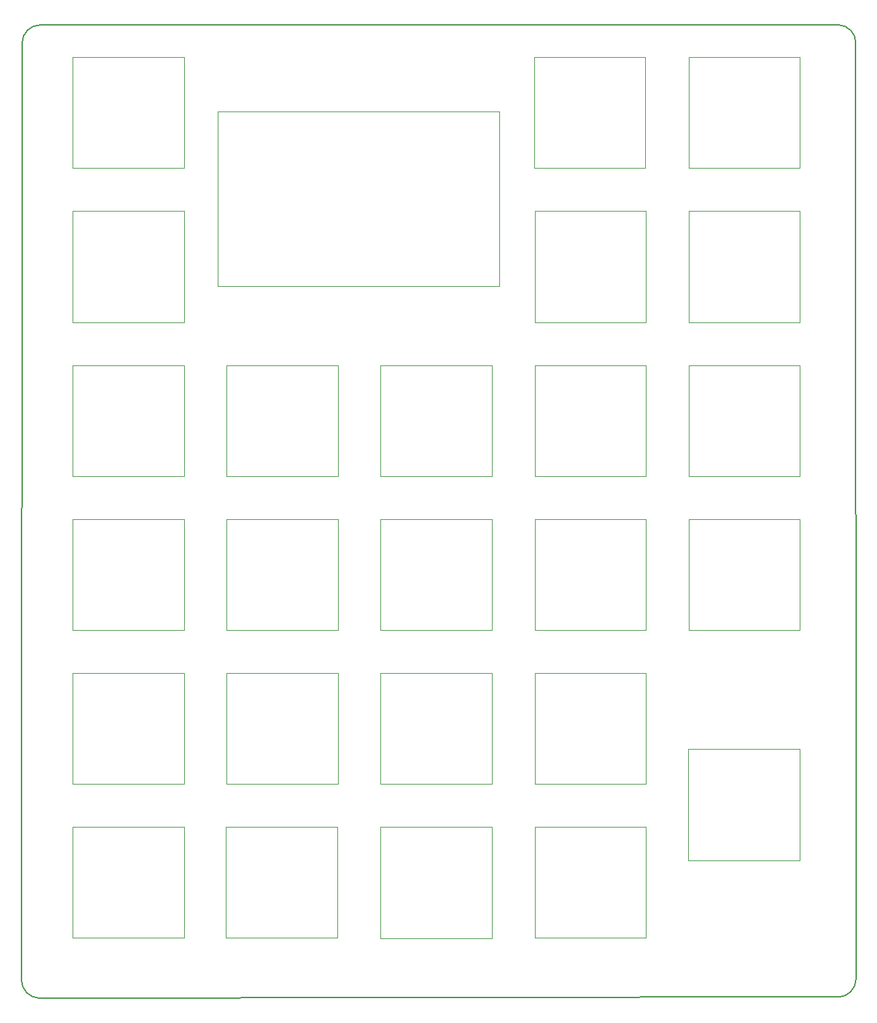
<source format=gbr>
%TF.GenerationSoftware,KiCad,Pcbnew,(5.99.0-9526-g5c17ff0595)*%
%TF.CreationDate,2021-07-07T22:41:37-05:00*%
%TF.ProjectId,Cafebabe Frontplate,43616665-6261-4626-9520-46726f6e7470,rev?*%
%TF.SameCoordinates,Original*%
%TF.FileFunction,Profile,NP*%
%FSLAX46Y46*%
G04 Gerber Fmt 4.6, Leading zero omitted, Abs format (unit mm)*
G04 Created by KiCad (PCBNEW (5.99.0-9526-g5c17ff0595)) date 2021-07-07 22:41:37*
%MOMM*%
%LPD*%
G01*
G04 APERTURE LIST*
%TA.AperFunction,Profile*%
%ADD10C,0.100000*%
%TD*%
%TA.AperFunction,Profile*%
%ADD11C,0.150000*%
%TD*%
G04 APERTURE END LIST*
D10*
X97900001Y-95099999D02*
X97900001Y-81100000D01*
D11*
X160946616Y-160754877D02*
X60244127Y-160876416D01*
D10*
X64500002Y-153300001D02*
X78500002Y-153300001D01*
X78500002Y-95099999D02*
X78500002Y-81100000D01*
X78500002Y-133900001D02*
X78500002Y-119900001D01*
X122650000Y-42275001D02*
X122650000Y-56275001D01*
X97900001Y-100499999D02*
X83900002Y-100499999D01*
X156099998Y-75700000D02*
X156099998Y-61700000D01*
X136699998Y-61700000D02*
X122700000Y-61700000D01*
X122650000Y-56275001D02*
X136649998Y-56275001D01*
X64500002Y-119900001D02*
X64500002Y-133900001D01*
X78500002Y-61700000D02*
X64500002Y-61700000D01*
X122700000Y-119900001D02*
X136699998Y-119900001D01*
X117300000Y-153325001D02*
X117300000Y-139325001D01*
D11*
X60244127Y-160876416D02*
G75*
G02*
X58045123Y-158646616I75995J2274162D01*
G01*
D10*
X156049998Y-129500001D02*
X142049998Y-129500001D01*
X78500002Y-119900001D02*
X64500002Y-119900001D01*
X64500002Y-133900001D02*
X78500002Y-133900001D01*
X78500002Y-75700000D02*
X78500002Y-61700000D01*
X117300000Y-100499999D02*
X103300001Y-100499999D01*
X97800001Y-139300001D02*
X83800002Y-139300001D01*
D11*
X160955873Y-38203462D02*
X60355638Y-38225001D01*
D10*
X78500002Y-100499999D02*
X64500002Y-100499999D01*
X136699998Y-95099999D02*
X136699998Y-81100000D01*
X97900001Y-119900001D02*
X83900002Y-119900001D01*
X103300001Y-81100000D02*
X103300001Y-95099999D01*
X117300000Y-81100000D02*
X103300001Y-81100000D01*
X82777162Y-71125000D02*
X82777162Y-49125001D01*
X122700000Y-81100000D02*
X122700000Y-95099999D01*
X136699998Y-75700000D02*
X136699998Y-61700000D01*
X97900001Y-133900001D02*
X97900001Y-119900001D01*
X156099998Y-114525001D02*
X156099998Y-100524999D01*
X136699998Y-114500001D02*
X136699998Y-100499999D01*
D11*
X58125838Y-40424005D02*
G75*
G02*
X60355638Y-38225001I2274162J-75995D01*
G01*
D10*
X117300000Y-95099999D02*
X117300000Y-81100000D01*
X142099998Y-56275001D02*
X156099998Y-56275001D01*
D11*
X163154877Y-40433262D02*
X163176416Y-158555873D01*
D10*
X136699998Y-153300001D02*
X136699998Y-139300001D01*
X117300000Y-119900001D02*
X103300001Y-119900001D01*
X142049998Y-143500001D02*
X156049998Y-143500001D01*
X156099998Y-61700000D02*
X142099998Y-61700000D01*
X122700000Y-95099999D02*
X136699998Y-95099999D01*
X136649998Y-56275001D02*
X136649998Y-42275001D01*
X103300001Y-119900001D02*
X103300001Y-133900001D01*
X103300001Y-153325001D02*
X117300000Y-153325001D01*
X117300000Y-133900001D02*
X117300000Y-119900001D01*
X103300001Y-114500001D02*
X117300000Y-114500001D01*
X142099998Y-100524999D02*
X142099998Y-114525001D01*
X142099998Y-75700000D02*
X156099998Y-75700000D01*
X142049998Y-129500001D02*
X142049998Y-143500001D01*
X136699998Y-81100000D02*
X122700000Y-81100000D01*
X142099998Y-81125000D02*
X142099998Y-95124999D01*
X83900002Y-119900001D02*
X83900002Y-133900001D01*
X64500002Y-56275001D02*
X78500002Y-56275001D01*
X122700000Y-133900001D02*
X136699998Y-133900001D01*
X97800001Y-153300001D02*
X97800001Y-139300001D01*
X156099998Y-56275001D02*
X156099998Y-42275001D01*
X83900002Y-133900001D02*
X97900001Y-133900001D01*
X136699998Y-100499999D02*
X122700000Y-100499999D01*
D11*
X160955873Y-38203462D02*
G75*
G02*
X163154877Y-40433262I-75995J-2274162D01*
G01*
D10*
X122700000Y-153300001D02*
X136699998Y-153300001D01*
X156099998Y-95124999D02*
X156099998Y-81125000D01*
X136649998Y-42275001D02*
X122650000Y-42275001D01*
X122700000Y-100499999D02*
X122700000Y-114500001D01*
X122700000Y-114500001D02*
X136699998Y-114500001D01*
X97900001Y-81100000D02*
X83900002Y-81100000D01*
X64500002Y-81100000D02*
X64500002Y-95099999D01*
D11*
X163176416Y-158555873D02*
G75*
G02*
X160946616Y-160754877I-2274162J75995D01*
G01*
D10*
X118277160Y-71125000D02*
X82777162Y-71125000D01*
X78500002Y-56275001D02*
X78500002Y-42275001D01*
X83900002Y-95099999D02*
X97900001Y-95099999D01*
X118277160Y-49125001D02*
X118277160Y-71125000D01*
X83900002Y-81100000D02*
X83900002Y-95099999D01*
X78500002Y-114500001D02*
X78500002Y-100499999D01*
X117300000Y-114500001D02*
X117300000Y-100499999D01*
X64500002Y-100499999D02*
X64500002Y-114500001D01*
X64500002Y-42275001D02*
X64500002Y-56275001D01*
X156099998Y-42275001D02*
X142099998Y-42275001D01*
X122700000Y-75700000D02*
X136699998Y-75700000D01*
X64500002Y-75700000D02*
X78500002Y-75700000D01*
X142099998Y-95124999D02*
X156099998Y-95124999D01*
X83800002Y-153300001D02*
X97800001Y-153300001D01*
X103300001Y-95099999D02*
X117300000Y-95099999D01*
X64500002Y-95099999D02*
X78500002Y-95099999D01*
X78500002Y-139300001D02*
X64500002Y-139300001D01*
X142099998Y-42275001D02*
X142099998Y-56275001D01*
X83900002Y-114500001D02*
X97900001Y-114500001D01*
D11*
X58045123Y-158646616D02*
X58125838Y-40424005D01*
D10*
X103300001Y-100499999D02*
X103300001Y-114500001D01*
X122700000Y-139300001D02*
X122700000Y-153300001D01*
X156049998Y-143500001D02*
X156049998Y-129500001D01*
X83900002Y-100499999D02*
X83900002Y-114500001D01*
X142099998Y-61700000D02*
X142099998Y-75700000D01*
X156099998Y-81125000D02*
X142099998Y-81125000D01*
X156099998Y-100524999D02*
X142099998Y-100524999D01*
X64500002Y-114500001D02*
X78500002Y-114500001D01*
X103300001Y-139325001D02*
X103300001Y-153325001D01*
X78500002Y-81100000D02*
X64500002Y-81100000D01*
X83800002Y-139300001D02*
X83800002Y-153300001D01*
X122700000Y-119900001D02*
X122700000Y-133900001D01*
X64500002Y-139300001D02*
X64500002Y-153300001D01*
X136699998Y-133900001D02*
X136699998Y-119900001D01*
X78500002Y-153300001D02*
X78500002Y-139300001D01*
X82777162Y-49125001D02*
X118277160Y-49125001D01*
X122700000Y-61700000D02*
X122700000Y-75700000D01*
X142099998Y-114525001D02*
X156099998Y-114525001D01*
X97900001Y-114500001D02*
X97900001Y-100499999D01*
X136699998Y-139300001D02*
X122700000Y-139300001D01*
X64500002Y-61700000D02*
X64500002Y-75700000D01*
X78500002Y-42275001D02*
X64500002Y-42275001D01*
X103300001Y-133900001D02*
X117300000Y-133900001D01*
X117300000Y-139325001D02*
X103300001Y-139325001D01*
M02*

</source>
